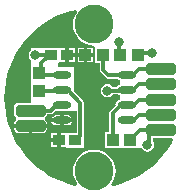
<source format=gtl>
G04*
G04 #@! TF.GenerationSoftware,Altium Limited,Altium Designer,22.11.1 (43)*
G04*
G04 Layer_Physical_Order=1*
G04 Layer_Color=255*
%FSLAX25Y25*%
%MOIN*%
G70*
G04*
G04 #@! TF.SameCoordinates,21ABD361-9BD2-418E-A470-0DA88BDA0781*
G04*
G04*
G04 #@! TF.FilePolarity,Positive*
G04*
G01*
G75*
%ADD16C,0.12992*%
%ADD17R,0.03937X0.03937*%
%ADD18O,0.06299X0.02362*%
%ADD19R,0.03937X0.03937*%
%ADD20R,0.04331X0.03740*%
G04:AMPARAMS|DCode=21|XSize=39.37mil|YSize=98.43mil|CornerRadius=9.84mil|HoleSize=0mil|Usage=FLASHONLY|Rotation=90.000|XOffset=0mil|YOffset=0mil|HoleType=Round|Shape=RoundedRectangle|*
%AMROUNDEDRECTD21*
21,1,0.03937,0.07874,0,0,90.0*
21,1,0.01968,0.09843,0,0,90.0*
1,1,0.01968,0.03937,0.00984*
1,1,0.01968,0.03937,-0.00984*
1,1,0.01968,-0.03937,-0.00984*
1,1,0.01968,-0.03937,0.00984*
%
%ADD21ROUNDEDRECTD21*%
%ADD22C,0.01181*%
%ADD23C,0.03150*%
G36*
X-5706Y28628D02*
X-5921Y28366D01*
X-6579Y27134D01*
X-6984Y25799D01*
X-7121Y24409D01*
X-6984Y23020D01*
X-6579Y21684D01*
X-5921Y20453D01*
X-5035Y19374D01*
X-3956Y18489D01*
X-2725Y17831D01*
X-1389Y17425D01*
X-133Y17302D01*
X157Y16988D01*
X394Y16536D01*
Y11614D01*
X1749D01*
Y9252D01*
X1749Y9252D01*
X1840Y8791D01*
X2101Y8400D01*
X3853Y6649D01*
X3853Y6649D01*
X4244Y6387D01*
X4705Y6296D01*
X4705Y6296D01*
X7532D01*
X7581Y6223D01*
X8167Y5831D01*
X8661Y5733D01*
Y4267D01*
X8167Y4169D01*
X7581Y3777D01*
X7440Y3566D01*
X6130D01*
X5892Y3923D01*
X5176Y4402D01*
X4331Y4570D01*
X3486Y4402D01*
X2770Y3923D01*
X2291Y3207D01*
X2123Y2362D01*
X2291Y1517D01*
X2770Y801D01*
X3486Y323D01*
X4331Y154D01*
X5176Y323D01*
X5892Y801D01*
X6130Y1158D01*
X7678D01*
X8167Y831D01*
X8661Y733D01*
Y-733D01*
X8167Y-831D01*
X7581Y-1223D01*
X7189Y-1809D01*
X7052Y-2500D01*
X7069Y-2586D01*
X5251Y-4404D01*
X4990Y-4795D01*
X4898Y-5256D01*
X4898Y-5256D01*
Y-11614D01*
X3543D01*
Y-16732D01*
X7087D01*
Y-16732D01*
X15770Y-16732D01*
X16155Y-17309D01*
X16872Y-17788D01*
X17717Y-17956D01*
X18561Y-17788D01*
X19278Y-17309D01*
X19756Y-16593D01*
X19924Y-15748D01*
X19756Y-14903D01*
X19510Y-14535D01*
Y-13476D01*
X25886D01*
X26294Y-13969D01*
X26383Y-14227D01*
X25981Y-15000D01*
X24575Y-17207D01*
X22981Y-19284D01*
X21213Y-21213D01*
X19284Y-22981D01*
X17207Y-24575D01*
X15000Y-25981D01*
X12678Y-27189D01*
X10261Y-28191D01*
X7765Y-28978D01*
X6142Y-29337D01*
X5706Y-28628D01*
X5921Y-28366D01*
X6579Y-27134D01*
X6984Y-25799D01*
X7121Y-24409D01*
X6984Y-23020D01*
X6579Y-21684D01*
X5921Y-20453D01*
X5035Y-19374D01*
X3956Y-18489D01*
X2725Y-17831D01*
X1389Y-17425D01*
X0Y-17289D01*
X-1389Y-17425D01*
X-2725Y-17831D01*
X-3956Y-18489D01*
X-5035Y-19374D01*
X-5921Y-20453D01*
X-6579Y-21684D01*
X-6984Y-23020D01*
X-7121Y-24409D01*
X-6984Y-25799D01*
X-6579Y-27134D01*
X-5921Y-28366D01*
X-5706Y-28628D01*
X-6142Y-29337D01*
X-7765Y-28978D01*
X-10261Y-28191D01*
X-12678Y-27189D01*
X-15000Y-25981D01*
X-17207Y-24575D01*
X-19284Y-22981D01*
X-21213Y-21213D01*
X-22981Y-19284D01*
X-24575Y-17207D01*
X-25981Y-15000D01*
X-27189Y-12678D01*
X-28191Y-10261D01*
X-28978Y-7765D01*
X-29544Y-5209D01*
X-29886Y-2615D01*
X-30000Y0D01*
X-29886Y2615D01*
X-29544Y5209D01*
X-28978Y7765D01*
X-28191Y10261D01*
X-27189Y12678D01*
X-25981Y15000D01*
X-24575Y17207D01*
X-22981Y19284D01*
X-21213Y21213D01*
X-19284Y22981D01*
X-17207Y24575D01*
X-15000Y25981D01*
X-12678Y27189D01*
X-10261Y28191D01*
X-7765Y28978D01*
X-6142Y29337D01*
X-5706Y28628D01*
D02*
G37*
%LPC*%
G36*
X-591Y16535D02*
X-2362D01*
Y14764D01*
X-591D01*
Y16535D01*
D02*
G37*
G36*
X-3543D02*
X-5315D01*
Y14764D01*
X-3543D01*
Y16535D01*
D02*
G37*
G36*
X-8465Y16437D02*
Y14764D01*
X-6496D01*
Y16437D01*
X-8465D01*
D02*
G37*
G36*
X-6496Y13583D02*
X-8465D01*
Y11909D01*
X-6496D01*
Y13583D01*
D02*
G37*
G36*
X-591Y13583D02*
X-2362D01*
Y11811D01*
X-591D01*
Y13583D01*
D02*
G37*
G36*
X-3543D02*
X-5315D01*
Y11811D01*
X-3543D01*
Y13583D01*
D02*
G37*
G36*
X-8858Y-5894D02*
X-10236D01*
Y-6909D01*
X-7370D01*
X-7375Y-6886D01*
X-7723Y-6365D01*
X-8244Y-6017D01*
X-8858Y-5894D01*
D02*
G37*
G36*
X-11417D02*
X-12795D01*
X-13410Y-6017D01*
X-13931Y-6365D01*
X-14279Y-6886D01*
X-14284Y-6909D01*
X-11417D01*
Y-5894D01*
D02*
G37*
G36*
X-7370Y-8091D02*
X-10236D01*
Y-9106D01*
X-8858D01*
X-8244Y-8983D01*
X-7723Y-8635D01*
X-7375Y-8115D01*
X-7370Y-8091D01*
D02*
G37*
G36*
X-11417D02*
X-14284D01*
X-14279Y-8115D01*
X-13931Y-8635D01*
X-13410Y-8983D01*
X-12795Y-9106D01*
X-11417D01*
Y-8091D01*
D02*
G37*
G36*
X-11811Y16634D02*
X-12320Y16634D01*
X-17323D01*
Y16634D01*
X-21250D01*
Y15728D01*
X-21725Y15018D01*
X-21893Y14173D01*
X-21725Y13328D01*
X-21250Y12618D01*
X-21250Y-1741D01*
X-25197D01*
X-25811Y-1863D01*
X-26332Y-2211D01*
X-26680Y-2732D01*
X-26803Y-3347D01*
Y-5315D01*
X-26680Y-5929D01*
X-26332Y-6450D01*
X-26206Y-6535D01*
X-26183Y-7466D01*
X-26190Y-7471D01*
X-26495Y-7927D01*
X-26602Y-8465D01*
Y-8858D01*
X-21260D01*
X-15918D01*
Y-8465D01*
X-16025Y-7927D01*
X-16329Y-7471D01*
X-16337Y-7466D01*
X-16314Y-6535D01*
X-16187Y-6450D01*
X-15839Y-5929D01*
X-15761Y-5535D01*
X-14567D01*
X-14567Y-5535D01*
X-14106Y-5443D01*
X-13715Y-5182D01*
X-12840Y-4306D01*
X-6693D01*
Y-4306D01*
X-5929Y-4362D01*
Y-11713D01*
X-9055Y-11713D01*
X-9761Y-11909D01*
X-11220D01*
Y-14173D01*
Y-16437D01*
X-9761D01*
X-9055Y-16634D01*
X-8546Y-16634D01*
X-3543D01*
Y-13010D01*
X-3520Y-12894D01*
X-3520Y-12894D01*
Y-1634D01*
X-3520Y-1634D01*
X-3612Y-1173D01*
X-3873Y-782D01*
X-3873Y-782D01*
X-6693Y2038D01*
Y10236D01*
X-12008D01*
Y11285D01*
X-11723Y11737D01*
X-11105Y11909D01*
X-9646D01*
Y14173D01*
Y16437D01*
X-11105D01*
X-11811Y16634D01*
D02*
G37*
G36*
X-15918Y-10039D02*
X-20669D01*
Y-11838D01*
X-17323D01*
X-16785Y-11731D01*
X-16329Y-11427D01*
X-16025Y-10971D01*
X-15918Y-10433D01*
Y-10039D01*
D02*
G37*
G36*
X-21850D02*
X-26602D01*
Y-10433D01*
X-26495Y-10971D01*
X-26190Y-11427D01*
X-25734Y-11731D01*
X-25197Y-11838D01*
X-21850D01*
Y-10039D01*
D02*
G37*
G36*
X-12402Y-11909D02*
X-14370D01*
Y-13583D01*
X-12402D01*
Y-11909D01*
D02*
G37*
G36*
Y-14764D02*
X-14370D01*
Y-16437D01*
X-12402D01*
Y-14764D01*
D02*
G37*
%LPD*%
D16*
X0Y-24409D02*
D03*
Y24409D02*
D03*
D17*
X14567Y14173D02*
D03*
X8661D02*
D03*
X2953D02*
D03*
X-2953D02*
D03*
X6102Y-14173D02*
D03*
X12008D02*
D03*
D18*
X10827Y-7500D02*
D03*
Y-2500D02*
D03*
Y2500D02*
D03*
Y7500D02*
D03*
X-10827Y-7500D02*
D03*
Y-2500D02*
D03*
Y2500D02*
D03*
Y7500D02*
D03*
D19*
X-18504Y2165D02*
D03*
Y8071D02*
D03*
D20*
X-6299Y-14173D02*
D03*
X-11811D02*
D03*
X-14567Y14173D02*
D03*
X-9055D02*
D03*
D21*
X-21260Y-4331D02*
D03*
X22185Y4468D02*
D03*
Y-10886D02*
D03*
Y9587D02*
D03*
Y-650D02*
D03*
X-21260Y-9449D02*
D03*
X22185Y-5768D02*
D03*
D22*
X-8858Y2500D02*
X-4724Y-1634D01*
X-6299Y-14173D02*
X-6004D01*
X-4724Y-12894D01*
Y-1634D01*
X15748Y14961D02*
X19291D01*
X14961Y14173D02*
X15748Y14961D01*
X14567Y14567D02*
X14961Y14173D01*
X-21260Y-4331D02*
X-14567D01*
X-12736Y-2500D01*
X-10827D01*
X-19685Y14173D02*
X-15256D01*
Y13780D02*
Y14173D01*
X4331Y2362D02*
X10177D01*
X10571Y2756D01*
X15295Y-10886D02*
X19654D01*
X22185D01*
X18306Y-12234D02*
X19654Y-10886D01*
X18306Y-14626D02*
Y-12234D01*
X17717Y-15215D02*
X18306Y-14626D01*
X17717Y-15748D02*
Y-15215D01*
Y-16142D02*
Y-15748D01*
Y-16142D02*
X18110Y-16535D01*
X-18307Y7874D02*
X-17717Y8465D01*
Y11713D01*
X-16535Y12894D01*
X-16142D01*
X-15256Y13780D01*
X-18504Y8071D02*
X-17933Y7500D01*
X-10827D01*
X-18504Y2165D02*
X-18307Y2362D01*
X-10965D01*
X-10827Y2500D01*
X-8858D01*
X8268Y14961D02*
X8661Y14567D01*
X8268Y14961D02*
Y18504D01*
X10571Y2756D02*
X10827Y2500D01*
Y7500D02*
X12798D01*
X4705D02*
X10827D01*
X2953Y9252D02*
X4705Y7500D01*
X2953Y9252D02*
Y14173D01*
X12008Y-14173D02*
X15295Y-10886D01*
X10827Y-7500D02*
X13115D01*
X14847Y-5768D01*
X22185D01*
X10827Y-2500D02*
X13115D01*
X14965Y-650D01*
X22185D01*
X12798Y7500D02*
X14885Y9587D01*
X22185D01*
X10827Y2500D02*
X13034D01*
X15003Y4468D01*
X22185D01*
X8858Y-2500D02*
X10827D01*
X6102Y-5256D02*
X8858Y-2500D01*
X6102Y-14173D02*
Y-5256D01*
D23*
X19291Y14961D02*
D03*
X-19685Y14173D02*
D03*
X4331Y2362D02*
D03*
X17717Y-15748D02*
D03*
X8268Y18504D02*
D03*
M02*

</source>
